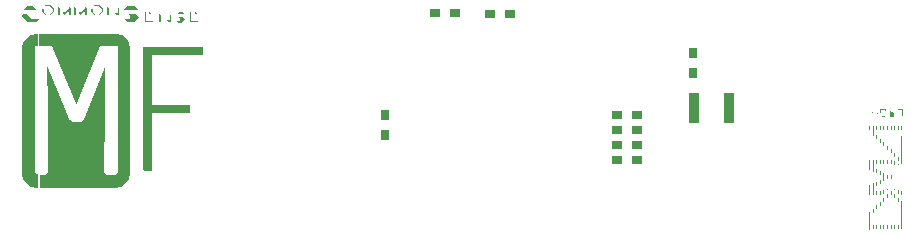
<source format=gbr>
G04 DipTrace 3.1.0.1*
G04 TopPaste.gbr*
%MOIN*%
G04 #@! TF.FileFunction,Paste,Top*
G04 #@! TF.Part,Single*
%AMOUTLINE2*
4,1,23,
-0.070524,-0.204233,
-0.070524,-0.012328,
0.054159,-0.012328,
0.05701,-0.010796,
0.057245,-0.010149,
0.057245,0.012721,
0.056896,0.013961,
0.056583,0.014288,
0.054673,0.014752,
-0.07053,0.014752,
-0.07053,0.179921,
0.09634,0.179921,
0.099303,0.181512,
0.099412,0.181766,
0.099427,0.205268,
0.099405,0.205441,
0.09637,0.207001,
-0.099427,0.207001,
-0.099427,-0.203442,
-0.096376,-0.207001,
-0.073158,-0.207001,
-0.071754,-0.206616,
-0.071175,-0.206108,
-0.070524,-0.204233,
0*%
%AMOUTLINE5*
4,1,28,
-0.122063,0.255376,
-0.122063,0.216937,
-0.080378,0.216937,
0.001113,0.021915,
0.08035,0.216937,
0.138937,0.216937,
0.138937,-0.20462,
0.130518,-0.212946,
0.10255,-0.212946,
0.094199,-0.204581,
0.097058,0.148037,
0.02676,-0.027491,
0.018347,-0.035165,
-0.013559,-0.035165,
-0.022608,-0.027587,
-0.095423,0.148719,
-0.09315,-0.204587,
-0.101512,-0.212934,
-0.119063,-0.212934,
-0.119063,-0.255381,
0.138356,-0.255381,
0.154037,-0.252227,
0.175839,-0.2304,
0.178988,-0.214711,
0.178988,0.214762,
0.175808,0.230598,
0.157832,0.251484,
0.143513,0.255064,
-0.122063,0.255376,
0*%
%AMOUTLINE8*
4,1,14,
0.014566,0.255373,
-0.001075,0.252233,
-0.022877,0.230429,
-0.026025,0.214749,
-0.026025,-0.214724,
-0.022877,-0.230413,
-0.001073,-0.252239,
0.014606,-0.255392,
0.026025,-0.255392,
0.026025,-0.211226,
0.016143,-0.205226,
0.016143,0.216937,
0.026025,0.216937,
0.026025,0.255142,
0.014566,0.255373,
0*%
%AMOUTLINE11*
4,1,4,
0.021997,-0.006304,
-0.021997,-0.006304,
-0.009388,0.006304,
0.009388,0.006304,
0.021997,-0.006304,
0*%
%AMOUTLINE14*
4,1,7,
-0.031647,0.014615,
-0.017981,0.014615,
-0.001568,-0.001797,
0.026111,-0.001797,
0.013292,-0.014615,
-0.013208,-0.014615,
-0.031674,0.003851,
-0.031647,0.014615,
0*%
%AMOUTLINE17*
4,1,17,
0.004525,-0.016278,
0.015272,-0.005425,
0.015272,0.002551,
0.004096,0.01376,
-0.012738,0.013742,
-0.009863,0.016631,
0.009731,0.016631,
0.021091,0.005271,
0.021154,-0.005116,
0.00957,-0.016631,
-0.009567,-0.016631,
-0.021164,-0.005081,
-0.021164,0.00297,
-0.014498,0.002961,
-0.014906,0.002553,
-0.014906,-0.005433,
-0.004097,-0.016278,
0.004525,-0.016278,
0*%
%AMOUTLINE20*
4,1,4,
-0.003143,0.011064,
0.003143,0.004777,
0.003143,-0.016631,
-0.003143,-0.016631,
-0.003143,0.011064,
0*%
%AMOUTLINE23*
4,1,11,
0.006512,0.011064,
0.012798,0.004777,
0.012798,-0.016631,
0.006512,-0.016631,
0.006512,-0.000664,
-0.008918,-0.016135,
-0.012798,-0.012272,
-0.012798,-0.005369,
-0.01299,-0.005176,
-0.004126,-0.005132,
0.006512,0.005506,
0.006512,0.011064,
0*%
%AMOUTLINE26*
4,1,17,
0.004524,-0.016278,
0.01527,-0.005425,
0.01527,0.002551,
0.004096,0.01376,
-0.012739,0.013742,
-0.009864,0.016631,
0.00973,0.016631,
0.02109,0.005271,
0.021154,-0.005116,
0.009569,-0.016631,
-0.009567,-0.016631,
-0.021164,-0.005081,
-0.021164,0.00297,
-0.014499,0.002961,
-0.014907,0.002553,
-0.014907,-0.005433,
-0.004098,-0.016278,
0.004524,-0.016278,
0*%
%AMOUTLINE29*
4,1,4,
-0.003143,0.011077,
0.003143,0.004803,
0.003143,-0.016631,
-0.003143,-0.016631,
-0.003143,0.011077,
0*%
%AMOUTLINE32*
4,1,8,
-0.011482,-0.002579,
-0.003363,-0.010681,
0.005168,-0.010681,
0.005168,0.01109,
0.011482,0.0048,
0.011482,-0.016631,
0.00001,-0.016631,
-0.011482,-0.005116,
-0.011482,-0.002579,
0*%
%AMOUTLINE35*
4,1,4,
0.023557,-0.006304,
-0.023571,-0.006304,
-0.010961,0.006304,
0.010922,0.006304,
0.023557,-0.006304,
0*%
%AMOUTLINE38*
4,1,8,
0.027201,0.001035,
0.011549,-0.014617,
-0.009404,-0.014617,
-0.022214,-0.001755,
-0.002678,-0.001755,
-0.002903,0.007076,
-0.010341,0.014585,
0.013726,0.014615,
0.027201,0.001035,
0*%
%AMOUTLINE41*
4,1,6,
-0.018087,0.016631,
-0.011801,0.016631,
-0.011801,-0.013675,
0.009538,-0.013675,
0.012502,-0.016631,
-0.018087,-0.016631,
-0.018087,0.016631,
0*%
%AMOUTLINE44*
4,1,4,
-0.007004,0.00152,
-0.001678,0.00152,
0.001384,-0.00152,
-0.007004,-0.00152,
-0.007004,0.00152,
0*%
%AMOUTLINE47*
4,1,3,
-0.005703,0.002891,
0.000121,-0.002891,
-0.005703,-0.002891,
-0.005703,0.002891,
0*%
%AMOUTLINE50*
4,1,4,
0.012533,-0.002891,
-0.012546,-0.002891,
-0.006764,0.002891,
0.006739,0.002891,
0.012533,-0.002891,
0*%
%AMOUTLINE53*
4,1,8,
0.01628,0.000693,
0.007155,-0.008432,
-0.005724,-0.008432,
-0.01165,-0.002482,
-0.000436,-0.002482,
-0.000639,0.005272,
-0.003752,0.008415,
0.008602,0.00843,
0.01628,0.000693,
0*%
%AMOUTLINE60*
4,1,6,
0.008063,0.011063,
-0.008063,0.011063,
-0.008063,0.012937,
0.009937,0.012937,
0.009937,-0.011063,
0.008063,-0.011063,
0.008063,0.011063,
0*%
%AMOUTLINE63*
4,1,4,
0.006937,-0.000937,
0.006937,-0.012937,
-0.006937,-0.012937,
-0.006937,0.006937,
0.006937,-0.000937,
0*%
%AMOUTLINE66*
4,1,14,
0.008063,0.011063,
-0.008063,0.011063,
-0.008063,0.000937,
-0.002063,0.000937,
-0.002063,-0.011063,
0.008063,-0.011063,
0.008063,-0.012937,
-0.003937,-0.012937,
-0.003937,-0.000937,
-0.009937,-0.000937,
-0.009937,0.012937,
0.009937,0.012937,
0.009937,0.006937,
0.008063,0.006937,
0.008063,0.011063,
0*%
%AMOUTLINE69*
4,1,6,
-0.005063,0.006505,
-0.005063,0.000937,
0.012505,0.000937,
0.005063,-0.006505,
0.005063,-0.000937,
-0.012505,-0.000937,
-0.005063,0.006505,
0*%
%ADD50R,0.055118X0.003937*%
%ADD52R,0.003937X0.055118*%
%ADD54R,0.037402X0.098425*%
%ADD56R,0.031496X0.035433*%
%ADD58R,0.035433X0.031496*%
%ADD64R,-0.001874X-0.001874*%
%ADD66R,-0.001874X0.010126*%
%ADD68R,-0.001874X0.028126*%
%ADD70R,-0.001874X0.034126*%
%ADD72R,-0.001874X0.040126*%
%ADD74R,-0.001874X0.058126*%
%ADD76R,-0.001874X0.016126*%
%ADD78R,-0.001874X0.094126*%
%ADD82OUTLINE2*%
%ADD85OUTLINE5*%
%ADD88OUTLINE8*%
%ADD91OUTLINE11*%
%ADD94OUTLINE14*%
%ADD97OUTLINE17*%
%ADD100OUTLINE20*%
%ADD103OUTLINE23*%
%ADD106OUTLINE26*%
%ADD109OUTLINE29*%
%ADD112OUTLINE32*%
%ADD115OUTLINE35*%
%ADD118OUTLINE38*%
%ADD121OUTLINE41*%
%ADD124OUTLINE44*%
%ADD127OUTLINE47*%
%ADD130OUTLINE50*%
%ADD133OUTLINE53*%
%ADD140OUTLINE60*%
%ADD143OUTLINE63*%
%ADD146OUTLINE66*%
%ADD149OUTLINE69*%
%FSLAX26Y26*%
G04*
G70*
G90*
G75*
G01*
G04 TopPaste*
%LPD*%
D82*
X1313720Y999701D3*
D85*
X991522Y994927D3*
D88*
X838522D3*
D91*
X838701Y1335701D3*
D94*
X842899Y1302793D3*
D97*
X896991Y1329132D3*
D100*
X934154D3*
D103*
X960403D3*
D100*
X989226D3*
D103*
X1015474D3*
D106*
X1062319D3*
D109*
X1099481D3*
D112*
X1124415D3*
D115*
X1175831Y1335865D3*
D118*
X1174445Y1302955D3*
D121*
X1237865Y1305094D3*
D124*
X1243378Y1303807D3*
D127*
X1242078Y1318835D3*
D109*
X1272062Y1305094D3*
D112*
X1296995D3*
D130*
X1339754Y1318835D3*
D133*
X1338831Y1296895D3*
D121*
X1389201Y1305094D3*
D124*
X1394714Y1303807D3*
D127*
X1393413Y1318835D3*
D78*
X3745701Y645701D3*
D76*
X3733701Y606701D3*
X3697701D3*
X3685701D3*
X3721701D3*
X3709701D3*
X3673701D3*
X3661701D3*
Y672701D3*
X3673701Y684701D3*
X3649701Y606701D3*
D74*
X3637701Y627701D3*
D76*
X3685701Y696701D3*
X3697701Y708701D3*
X3709701Y720701D3*
X3721701Y708701D3*
X3733701Y696701D3*
X3745701Y720701D3*
X3673701D3*
X3661701D3*
D72*
X3649701Y732701D3*
D70*
X3637701Y729701D3*
D76*
X3661701Y750701D3*
X3673701Y756701D3*
D68*
X3685701Y771701D3*
D76*
X3673701Y822701D3*
X3661701D3*
D70*
X3637701Y813701D3*
D72*
X3649701Y810701D3*
D76*
X3697701Y771701D3*
X3673701Y786701D3*
X3661701Y792701D3*
D66*
X3709701Y771701D3*
D76*
X3721701Y846701D3*
X3709701Y858701D3*
X3697701Y870701D3*
X3685701Y882701D3*
D78*
X3745701Y861701D3*
D76*
X3733701Y834701D3*
X3745701Y936701D3*
X3733701D3*
X3697701D3*
X3685701D3*
X3721701D3*
X3709701D3*
X3673701D3*
X3661701D3*
X3685701Y822701D3*
X3637701Y936701D3*
X3661701Y906701D3*
X3673701Y894701D3*
D70*
X3649701Y927701D3*
D76*
X3697701Y822701D3*
X3709701D3*
D66*
X3721701Y819701D3*
D64*
X3733701Y813701D3*
D76*
X3649701Y660701D3*
D64*
X3721701Y729701D3*
D66*
X3733701Y723701D3*
X3685701D3*
D64*
X3697701Y729701D3*
D140*
X3736701Y987701D3*
D143*
X3709701D3*
D146*
X3682701D3*
D149*
X3655701D3*
D58*
X2438386Y1317819D3*
X2371457D3*
D56*
X2020701Y911701D3*
Y978630D3*
D58*
X2254921Y1319819D3*
X2187992D3*
X2794457Y929819D3*
X2861386D3*
X2794457Y979819D3*
X2861386D3*
D56*
X3048701Y1185701D3*
Y1118772D3*
D54*
X3049701Y1004701D3*
X3167811D3*
D58*
X2861386Y829819D3*
X2794457D3*
X2861386Y879819D3*
X2794457D3*
D52*
X2170701Y629701D3*
X2190386D3*
X2210071D3*
X2229756D3*
X2249441D3*
X2269126D3*
X2288811D3*
X2308496D3*
X2328181D3*
X2347866D3*
X2367551D3*
X2387236D3*
X2406921D3*
X2426607D3*
X2446292D3*
X2465977D3*
X2485662D3*
X2505347D3*
X2525032D3*
X2544717D3*
X2564402D3*
X2584087D3*
X2603772D3*
X2623457D3*
X2643142D3*
D50*
X2712040Y698599D3*
Y718284D3*
Y737969D3*
Y757654D3*
Y777339D3*
Y797024D3*
Y816709D3*
Y836394D3*
Y856079D3*
Y875764D3*
Y895449D3*
Y915134D3*
Y934819D3*
Y954504D3*
Y974189D3*
Y993874D3*
Y1013559D3*
Y1033244D3*
Y1052929D3*
Y1072614D3*
Y1092299D3*
Y1111984D3*
Y1131670D3*
Y1151355D3*
Y1171040D3*
D52*
X2643142Y1239937D3*
X2623457D3*
X2603772D3*
X2584087D3*
X2564402D3*
X2544717D3*
X2525032D3*
X2505347D3*
X2485662D3*
X2465977D3*
X2446292D3*
X2426607D3*
X2406921D3*
X2387236D3*
X2367551D3*
X2347866D3*
X2328181D3*
X2308496D3*
X2288811D3*
X2269126D3*
X2249441D3*
X2229756D3*
X2210071D3*
X2190386D3*
X2170701D3*
D50*
X2101803Y1171040D3*
Y1151355D3*
Y1131670D3*
Y1111984D3*
Y1092299D3*
Y1072614D3*
Y1052929D3*
Y1033244D3*
Y1013559D3*
Y993874D3*
Y974189D3*
Y954504D3*
Y934819D3*
Y915134D3*
Y895449D3*
Y875764D3*
Y856079D3*
Y836394D3*
Y816709D3*
Y797024D3*
Y777339D3*
Y757654D3*
Y737969D3*
Y718284D3*
Y698599D3*
M02*

</source>
